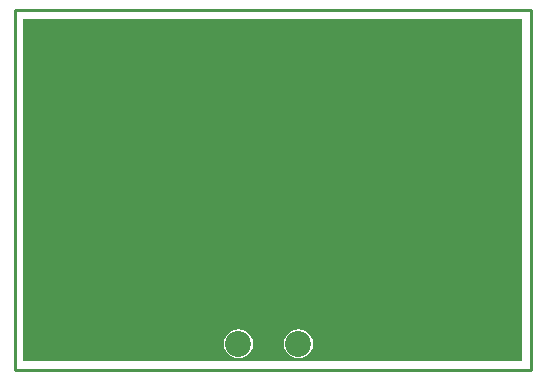
<source format=gbl>
%FSLAX43Y43*%
%MOMM*%
G71*
G01*
G75*
G04 Layer_Physical_Order=2*
G04 Layer_Color=16711680*
%ADD10R,1.350X4.800*%
%ADD11R,1.270X4.200*%
%ADD12R,4.800X1.350*%
%ADD13R,4.200X1.270*%
%ADD14R,0.350X0.350*%
%ADD15R,0.350X0.350*%
%ADD16R,1.000X1.100*%
%ADD17R,1.100X1.000*%
%ADD18C,1.630*%
%ADD19C,0.254*%
%ADD20C,2.200*%
%ADD21C,1.270*%
G36*
X42991Y1009D02*
X759D01*
Y29991D01*
X42991D01*
Y1009D01*
D02*
G37*
%LPC*%
G36*
X18960Y3738D02*
X18640Y3695D01*
X18341Y3572D01*
X18085Y3375D01*
X17888Y3119D01*
X17765Y2820D01*
X17722Y2500D01*
X17765Y2180D01*
X17888Y1881D01*
X18085Y1625D01*
X18341Y1428D01*
X18640Y1305D01*
X18960Y1262D01*
X19280Y1305D01*
X19579Y1428D01*
X19835Y1625D01*
X20032Y1881D01*
X20155Y2180D01*
X20198Y2500D01*
X20155Y2820D01*
X20032Y3119D01*
X19835Y3375D01*
X19579Y3572D01*
X19280Y3695D01*
X18960Y3738D01*
D02*
G37*
G36*
X24040D02*
X23720Y3695D01*
X23421Y3572D01*
X23165Y3375D01*
X22968Y3119D01*
X22845Y2820D01*
X22802Y2500D01*
X22845Y2180D01*
X22968Y1881D01*
X23165Y1625D01*
X23421Y1428D01*
X23720Y1305D01*
X24040Y1262D01*
X24360Y1305D01*
X24659Y1428D01*
X24915Y1625D01*
X25112Y1881D01*
X25235Y2180D01*
X25278Y2500D01*
X25235Y2820D01*
X25112Y3119D01*
X24915Y3375D01*
X24659Y3572D01*
X24360Y3695D01*
X24040Y3738D01*
D02*
G37*
%LPD*%
G54D10*
X18675Y27250D02*
D03*
X24325D02*
D03*
G54D12*
X3250Y12675D02*
D03*
Y18325D02*
D03*
X40250D02*
D03*
Y12675D02*
D03*
G54D19*
X43750Y250D02*
Y30750D01*
X0Y250D02*
X43750D01*
X0Y30750D02*
X43750D01*
X0Y250D02*
Y30750D01*
G54D20*
X18960Y2500D02*
D03*
X21500D02*
D03*
X24040D02*
D03*
G54D21*
X26500Y19250D02*
D03*
X20750Y6500D02*
D03*
X22250D02*
D03*
X28000Y19250D02*
D03*
X32000D02*
D03*
X33500D02*
D03*
X38750Y19000D02*
D03*
X40250D02*
D03*
X41750D02*
D03*
X38750Y12000D02*
D03*
X40250D02*
D03*
X41750D02*
D03*
X1750D02*
D03*
X3250D02*
D03*
X4750D02*
D03*
X1750Y19000D02*
D03*
X3250D02*
D03*
X4750D02*
D03*
X18000Y26000D02*
D03*
Y27500D02*
D03*
Y29000D02*
D03*
X25000D02*
D03*
Y27500D02*
D03*
Y26000D02*
D03*
X9750Y19250D02*
D03*
X11250D02*
D03*
X16750Y20500D02*
D03*
X15500Y19500D02*
D03*
M02*

</source>
